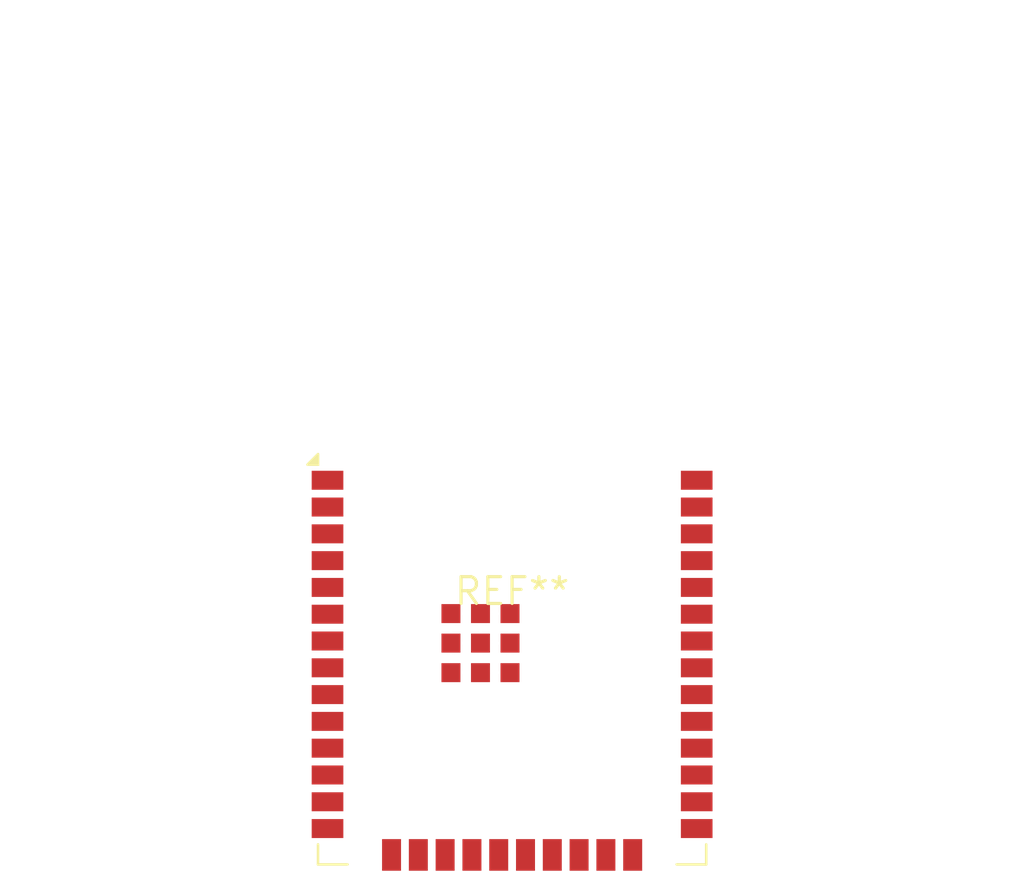
<source format=kicad_pcb>
(kicad_pcb (version 20240108) (generator pcbnew)
  (layers (0 "F.Cu" signal) (31 "B.Cu" signal) (34 "B.Paste" user) (35 "F.Paste" user) (36 "B.SilkS" user "B.Silkscreen") (37 "F.SilkS" user "F.Silkscreen") (38 "B.Mask" user) (39 "F.Mask" user) (44 "Edge.Cuts" user))
  (net 0 "")
  (footprint "ESP32-WROOM-32E" (layer "F.Cu") (at 0 0)
    (property "Reference" "REF**")
    (property "Value" "ESP32-WROOM-32E")
    (fp_line (start -9.2 12.95) (end -9.2 12) (layer "F.SilkS") (stroke (width 0.12)))
    (fp_line (start -7.8 12.95) (end -9.2 12.95) (layer "F.SilkS") (stroke (width 0.12)))
    (fp_line (start 7.8 12.95) (end 9.2 12.95) (layer "F.SilkS") (stroke (width 0.12)))
    (fp_line (start 9.2 12.95) (end 9.2 12) (layer "F.SilkS") (stroke (width 0.12)))
    (fp_poly (pts (xy -9.2 -6) (xy -9.7 -6) (xy -9.2 -6.5) (xy -9.2 -6)) (layer "F.SilkS") (stroke (width 0.12)) (fill solid))
    (pad "1" smd rect (at -8.75 -5.26) (size 1.5 0.9) (layers "F.Cu" "F.Paste" "F.Mask"))
    (pad "2" smd rect (at -8.75 -3.99) (size 1.5 0.9) (layers "F.Cu" "F.Paste" "F.Mask"))
    (pad "3" smd rect (at -8.75 -2.72) (size 1.5 0.9) (layers "F.Cu" "F.Paste" "F.Mask"))
    (pad "4" smd rect (at -8.75 -1.45) (size 1.5 0.9) (layers "F.Cu" "F.Paste" "F.Mask"))
    (pad "5" smd rect (at -8.75 -0.18) (size 1.5 0.9) (layers "F.Cu" "F.Paste" "F.Mask"))
    (pad "6" smd rect (at -8.75 1.09) (size 1.5 0.9) (layers "F.Cu" "F.Paste" "F.Mask"))
    (pad "7" smd rect (at -8.75 2.36) (size 1.5 0.9) (layers "F.Cu" "F.Paste" "F.Mask"))
    (pad "8" smd rect (at -8.75 3.63) (size 1.5 0.9) (layers "F.Cu" "F.Paste" "F.Mask"))
    (pad "9" smd rect (at -8.75 4.9) (size 1.5 0.9) (layers "F.Cu" "F.Paste" "F.Mask"))
    (pad "10" smd rect (at -8.75 6.17) (size 1.5 0.9) (layers "F.Cu" "F.Paste" "F.Mask"))
    (pad "11" smd rect (at -8.75 7.44) (size 1.5 0.9) (layers "F.Cu" "F.Paste" "F.Mask"))
    (pad "12" smd rect (at -8.75 8.71) (size 1.5 0.9) (layers "F.Cu" "F.Paste" "F.Mask"))
    (pad "13" smd rect (at -8.75 9.98) (size 1.5 0.9) (layers "F.Cu" "F.Paste" "F.Mask"))
    (pad "14" smd rect (at -8.75 11.25) (size 1.5 0.9) (layers "F.Cu" "F.Paste" "F.Mask"))
    (pad "15" smd rect (at -5.715 12.5 90) (size 1.5 0.9) (layers "F.Cu" "F.Paste" "F.Mask"))
    (pad "16" smd rect (at -4.445 12.5 90) (size 1.5 0.9) (layers "F.Cu" "F.Paste" "F.Mask"))
    (pad "17" smd rect (at -3.175 12.5 90) (size 1.5 0.9) (layers "F.Cu" "F.Paste" "F.Mask"))
    (pad "18" smd rect (at -1.905 12.5 90) (size 1.5 0.9) (layers "F.Cu" "F.Paste" "F.Mask"))
    (pad "19" smd rect (at -0.635 12.5 90) (size 1.5 0.9) (layers "F.Cu" "F.Paste" "F.Mask"))
    (pad "20" smd rect (at 0.635 12.5 90) (size 1.5 0.9) (layers "F.Cu" "F.Paste" "F.Mask"))
    (pad "21" smd rect (at 1.905 12.5 90) (size 1.5 0.9) (layers "F.Cu" "F.Paste" "F.Mask"))
    (pad "22" smd rect (at 3.175 12.5 90) (size 1.5 0.9) (layers "F.Cu" "F.Paste" "F.Mask"))
    (pad "23" smd rect (at 4.445 12.5 90) (size 1.5 0.9) (layers "F.Cu" "F.Paste" "F.Mask"))
    (pad "24" smd rect (at 5.715 12.5 90) (size 1.5 0.9) (layers "F.Cu" "F.Paste" "F.Mask"))
    (pad "25" smd rect (at 8.75 11.25) (size 1.5 0.9) (layers "F.Cu" "F.Paste" "F.Mask"))
    (pad "26" smd rect (at 8.75 9.98) (size 1.5 0.9) (layers "F.Cu" "F.Paste" "F.Mask"))
    (pad "27" smd rect (at 8.75 8.71) (size 1.5 0.9) (layers "F.Cu" "F.Paste" "F.Mask"))
    (pad "28" smd rect (at 8.75 7.44) (size 1.5 0.9) (layers "F.Cu" "F.Paste" "F.Mask"))
    (pad "29" smd rect (at 8.75 6.17) (size 1.5 0.9) (layers "F.Cu" "F.Paste" "F.Mask"))
    (pad "30" smd rect (at 8.75 4.9) (size 1.5 0.9) (layers "F.Cu" "F.Paste" "F.Mask"))
    (pad "31" smd rect (at 8.75 3.63) (size 1.5 0.9) (layers "F.Cu" "F.Paste" "F.Mask"))
    (pad "32" smd rect (at 8.75 2.36) (size 1.5 0.9) (layers "F.Cu" "F.Paste" "F.Mask"))
    (pad "33" smd rect (at 8.75 1.09) (size 1.5 0.9) (layers "F.Cu" "F.Paste" "F.Mask"))
    (pad "34" smd rect (at 8.75 -0.18) (size 1.5 0.9) (layers "F.Cu" "F.Paste" "F.Mask"))
    (pad "35" smd rect (at 8.75 -1.45) (size 1.5 0.9) (layers "F.Cu" "F.Paste" "F.Mask"))
    (pad "36" smd rect (at 8.75 -2.72) (size 1.5 0.9) (layers "F.Cu" "F.Paste" "F.Mask"))
    (pad "37" smd rect (at 8.75 -3.99) (size 1.5 0.9) (layers "F.Cu" "F.Paste" "F.Mask"))
    (pad "38" smd rect (at 8.75 -5.26) (size 1.5 0.9) (layers "F.Cu" "F.Paste" "F.Mask"))
    (pad "39" smd rect (at -2.9 1.06) (size 0.9 0.9) (layers "F.Cu" "F.Paste" "F.Mask"))
    (pad "39" thru_hole circle (at -2.9 1.76) (size 0.6 0.6) (drill 0.2) (layers *.Cu *.Mask) (remove_unused_layers))
    (pad "39" smd rect (at -2.9 2.46) (size 0.9 0.9) (layers "F.Cu" "F.Paste" "F.Mask"))
    (pad "39" thru_hole circle (at -2.9 3.16) (size 0.6 0.6) (drill 0.2) (layers *.Cu *.Mask) (remove_unused_layers))
    (pad "39" smd rect (at -2.9 3.86) (size 0.9 0.9) (layers "F.Cu" "F.Paste" "F.Mask"))
    (pad "39" thru_hole circle (at -2.2 1.06) (size 0.6 0.6) (drill 0.2) (layers *.Cu *.Mask) (remove_unused_layers))
    (pad "39" thru_hole circle (at -2.2 2.46) (size 0.6 0.6) (drill 0.2) (layers *.Cu *.Mask) (remove_unused_layers))
    (pad "39" thru_hole circle (at -2.2 3.86) (size 0.6 0.6) (drill 0.2) (layers *.Cu *.Mask) (remove_unused_layers))
    (pad "39" smd rect (at -1.5 1.06) (size 0.9 0.9) (layers "F.Cu" "F.Paste" "F.Mask"))
    (pad "39" thru_hole circle (at -1.5 1.76) (size 0.6 0.6) (drill 0.2) (layers *.Cu *.Mask) (remove_unused_layers))
    (pad "39" smd rect (at -1.5 2.46) (size 0.9 0.9) (layers "F.Cu" "F.Paste" "F.Mask"))
    (pad "39" thru_hole circle (at -1.5 3.16) (size 0.6 0.6) (drill 0.2) (layers *.Cu *.Mask) (remove_unused_layers))
    (pad "39" smd rect (at -1.5 3.86) (size 0.9 0.9) (layers "F.Cu" "F.Paste" "F.Mask"))
    (pad "39" thru_hole circle (at -0.8 1.06) (size 0.6 0.6) (drill 0.2) (layers *.Cu *.Mask) (remove_unused_layers))
    (pad "39" thru_hole circle (at -0.8 2.46) (size 0.6 0.6) (drill 0.2) (layers *.Cu *.Mask) (remove_unused_layers))
    (pad "39" thru_hole circle (at -0.8 3.86) (size 0.6 0.6) (drill 0.2) (layers *.Cu *.Mask) (remove_unused_layers))
    (pad "39" smd rect (at -0.1 1.06) (size 0.9 0.9) (layers "F.Cu" "F.Paste" "F.Mask"))
    (pad "39" thru_hole circle (at -0.1 1.76) (size 0.6 0.6) (drill 0.2) (layers *.Cu *.Mask) (remove_unused_layers))
    (pad "39" smd rect (at -0.1 2.46) (size 0.9 0.9) (layers "F.Cu" "F.Paste" "F.Mask"))
    (pad "39" thru_hole circle (at -0.1 3.16) (size 0.6 0.6) (drill 0.2) (layers *.Cu *.Mask) (remove_unused_layers))
    (pad "39" smd rect (at -0.1 3.86) (size 0.9 0.9) (layers "F.Cu" "F.Paste" "F.Mask"))
  )
)
</source>
